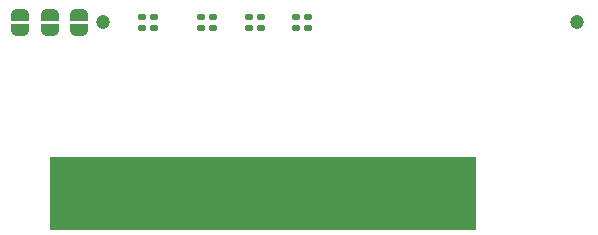
<source format=gts>
%TF.GenerationSoftware,KiCad,Pcbnew,(6.0.1)*%
%TF.CreationDate,2022-02-11T10:22:36+08:00*%
%TF.ProjectId,Wyse-5070-PCIe-Riser,57797365-2d35-4303-9730-2d504349652d,rev?*%
%TF.SameCoordinates,Original*%
%TF.FileFunction,Soldermask,Top*%
%TF.FilePolarity,Negative*%
%FSLAX46Y46*%
G04 Gerber Fmt 4.6, Leading zero omitted, Abs format (unit mm)*
G04 Created by KiCad (PCBNEW (6.0.1)) date 2022-02-11 10:22:36*
%MOMM*%
%LPD*%
G01*
G04 APERTURE LIST*
G04 Aperture macros list*
%AMRoundRect*
0 Rectangle with rounded corners*
0 $1 Rounding radius*
0 $2 $3 $4 $5 $6 $7 $8 $9 X,Y pos of 4 corners*
0 Add a 4 corners polygon primitive as box body*
4,1,4,$2,$3,$4,$5,$6,$7,$8,$9,$2,$3,0*
0 Add four circle primitives for the rounded corners*
1,1,$1+$1,$2,$3*
1,1,$1+$1,$4,$5*
1,1,$1+$1,$6,$7*
1,1,$1+$1,$8,$9*
0 Add four rect primitives between the rounded corners*
20,1,$1+$1,$2,$3,$4,$5,0*
20,1,$1+$1,$4,$5,$6,$7,0*
20,1,$1+$1,$6,$7,$8,$9,0*
20,1,$1+$1,$8,$9,$2,$3,0*%
%AMFreePoly0*
4,1,22,0.500000,-0.750000,0.000000,-0.750000,0.000000,-0.745033,-0.079941,-0.743568,-0.215256,-0.701293,-0.333266,-0.622738,-0.424486,-0.514219,-0.481581,-0.384460,-0.499164,-0.250000,-0.500000,-0.250000,-0.500000,0.250000,-0.499164,0.250000,-0.499963,0.256109,-0.478152,0.396186,-0.417904,0.524511,-0.324060,0.630769,-0.204165,0.706417,-0.067858,0.745374,0.000000,0.744959,0.000000,0.750000,
0.500000,0.750000,0.500000,-0.750000,0.500000,-0.750000,$1*%
%AMFreePoly1*
4,1,20,0.000000,0.744959,0.073905,0.744508,0.209726,0.703889,0.328688,0.626782,0.421226,0.519385,0.479903,0.390333,0.500000,0.250000,0.500000,-0.250000,0.499851,-0.262216,0.476331,-0.402017,0.414519,-0.529596,0.319384,-0.634700,0.198574,-0.708877,0.061801,-0.746166,0.000000,-0.745033,0.000000,-0.750000,-0.500000,-0.750000,-0.500000,0.750000,0.000000,0.750000,0.000000,0.744959,
0.000000,0.744959,$1*%
G04 Aperture macros list end*
%ADD10C,0.050000*%
%ADD11C,1.200000*%
%ADD12FreePoly0,270.000000*%
%ADD13FreePoly1,270.000000*%
%ADD14FreePoly0,90.000000*%
%ADD15FreePoly1,90.000000*%
%ADD16RoundRect,0.140000X-0.170000X0.140000X-0.170000X-0.140000X0.170000X-0.140000X0.170000X0.140000X0*%
%ADD17R,0.700000X4.300000*%
%ADD18R,0.700000X3.200000*%
G04 APERTURE END LIST*
D10*
X137000000Y-144400000D02*
X173000000Y-144400000D01*
X173000000Y-144400000D02*
X173000000Y-150500000D01*
X173000000Y-150500000D02*
X137000000Y-150500000D01*
X137000000Y-150500000D02*
X137000000Y-144400000D01*
G36*
X137000000Y-144400000D02*
G01*
X173000000Y-144400000D01*
X173000000Y-150500000D01*
X137000000Y-150500000D01*
X137000000Y-144400000D01*
G37*
D11*
%TO.C,J2*%
X181650000Y-133000000D03*
X141500000Y-133000000D03*
%TD*%
D12*
%TO.C,JP4*%
X139500000Y-132350000D03*
D13*
X139500000Y-133650000D03*
%TD*%
D14*
%TO.C,JP2*%
X134500000Y-133650000D03*
D15*
X134500000Y-132350000D03*
%TD*%
D16*
%TO.C,C6*%
X154850000Y-132520000D03*
X154850000Y-133480000D03*
%TD*%
%TO.C,C4*%
X150850000Y-132520000D03*
X150850000Y-133480000D03*
%TD*%
D17*
%TO.C,J1*%
X138500000Y-146550000D03*
X139500000Y-146550000D03*
X140500000Y-146550000D03*
X141500000Y-146550000D03*
X142500000Y-146550000D03*
X143500000Y-146550000D03*
X144500000Y-146550000D03*
X145500000Y-146550000D03*
X146500000Y-146550000D03*
X147500000Y-146550000D03*
X148500000Y-146550000D03*
X151500000Y-146550000D03*
X152500000Y-146550000D03*
X153500000Y-146550000D03*
X154500000Y-146550000D03*
X155500000Y-146550000D03*
X156500000Y-146550000D03*
X157500000Y-146550000D03*
X158500000Y-146550000D03*
X159500000Y-146550000D03*
X160500000Y-146550000D03*
X161500000Y-146550000D03*
X162500000Y-146550000D03*
X163500000Y-146550000D03*
X164500000Y-146550000D03*
X165500000Y-146550000D03*
X166500000Y-146550000D03*
X167500000Y-146550000D03*
X168500000Y-146550000D03*
X169500000Y-146550000D03*
D18*
X170500000Y-146000000D03*
D17*
X171500000Y-146550000D03*
%TD*%
D16*
%TO.C,C1*%
X144850000Y-132520000D03*
X144850000Y-133480000D03*
%TD*%
D14*
%TO.C,JP3*%
X137000000Y-133650000D03*
D15*
X137000000Y-132350000D03*
%TD*%
D16*
%TO.C,C7*%
X157850000Y-132520000D03*
X157850000Y-133480000D03*
%TD*%
%TO.C,C3*%
X149850000Y-132520000D03*
X149850000Y-133480000D03*
%TD*%
%TO.C,C5*%
X153850000Y-132520000D03*
X153850000Y-133480000D03*
%TD*%
%TO.C,C8*%
X158850000Y-132520000D03*
X158850000Y-133480000D03*
%TD*%
%TO.C,C2*%
X145850000Y-132520000D03*
X145850000Y-133480000D03*
%TD*%
M02*

</source>
